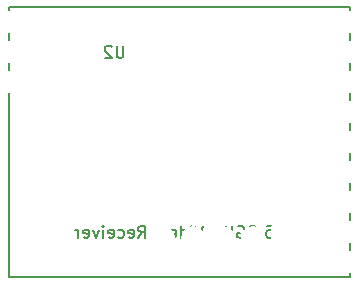
<source format=gbo>
G04 #@! TF.FileFunction,Legend,Bot*
%FSLAX46Y46*%
G04 Gerber Fmt 4.6, Leading zero omitted, Abs format (unit mm)*
G04 Created by KiCad (PCBNEW (2016-03-18 BZR 6629)-product) date Fr 15 Apr 2016 01:16:20 CEST*
%MOMM*%
G01*
G04 APERTURE LIST*
%ADD10C,0.100000*%
%ADD11C,0.150000*%
%ADD12O,3.800120X2.100860*%
%ADD13O,3.800000X1.900000*%
%ADD14R,2.027200X2.332000*%
%ADD15O,2.027200X2.332000*%
%ADD16C,2.300000*%
%ADD17C,1.450000*%
%ADD18R,2.332000X2.332000*%
%ADD19O,2.332000X2.332000*%
%ADD20C,1.750000*%
%ADD21C,1.900000*%
%ADD22R,4.872000X2.713000*%
%ADD23R,4.371620X2.500000*%
G04 APERTURE END LIST*
D10*
D11*
X150060000Y-123680000D02*
X121260000Y-123680000D01*
X121260000Y-123680000D02*
X121260000Y-100820000D01*
X121260000Y-100820000D02*
X150060000Y-100820000D01*
X150060000Y-100820000D02*
X150060000Y-123680000D01*
X130911905Y-104082381D02*
X130911905Y-104891905D01*
X130864286Y-104987143D01*
X130816667Y-105034762D01*
X130721429Y-105082381D01*
X130530952Y-105082381D01*
X130435714Y-105034762D01*
X130388095Y-104987143D01*
X130340476Y-104891905D01*
X130340476Y-104082381D01*
X129911905Y-104177619D02*
X129864286Y-104130000D01*
X129769048Y-104082381D01*
X129530952Y-104082381D01*
X129435714Y-104130000D01*
X129388095Y-104177619D01*
X129340476Y-104272857D01*
X129340476Y-104368095D01*
X129388095Y-104510952D01*
X129959524Y-105082381D01*
X129340476Y-105082381D01*
X143039524Y-119322381D02*
X143515715Y-119322381D01*
X143563334Y-119798571D01*
X143515715Y-119750952D01*
X143420477Y-119703333D01*
X143182381Y-119703333D01*
X143087143Y-119750952D01*
X143039524Y-119798571D01*
X142991905Y-119893810D01*
X142991905Y-120131905D01*
X143039524Y-120227143D01*
X143087143Y-120274762D01*
X143182381Y-120322381D01*
X143420477Y-120322381D01*
X143515715Y-120274762D01*
X143563334Y-120227143D01*
X142515715Y-120274762D02*
X142515715Y-120322381D01*
X142563334Y-120417619D01*
X142610953Y-120465238D01*
X141944287Y-119750952D02*
X142039525Y-119703333D01*
X142087144Y-119655714D01*
X142134763Y-119560476D01*
X142134763Y-119512857D01*
X142087144Y-119417619D01*
X142039525Y-119370000D01*
X141944287Y-119322381D01*
X141753810Y-119322381D01*
X141658572Y-119370000D01*
X141610953Y-119417619D01*
X141563334Y-119512857D01*
X141563334Y-119560476D01*
X141610953Y-119655714D01*
X141658572Y-119703333D01*
X141753810Y-119750952D01*
X141944287Y-119750952D01*
X142039525Y-119798571D01*
X142087144Y-119846190D01*
X142134763Y-119941429D01*
X142134763Y-120131905D01*
X142087144Y-120227143D01*
X142039525Y-120274762D01*
X141944287Y-120322381D01*
X141753810Y-120322381D01*
X141658572Y-120274762D01*
X141610953Y-120227143D01*
X141563334Y-120131905D01*
X141563334Y-119941429D01*
X141610953Y-119846190D01*
X141658572Y-119798571D01*
X141753810Y-119750952D01*
X140610953Y-119370000D02*
X140706191Y-119322381D01*
X140849048Y-119322381D01*
X140991906Y-119370000D01*
X141087144Y-119465238D01*
X141134763Y-119560476D01*
X141182382Y-119750952D01*
X141182382Y-119893810D01*
X141134763Y-120084286D01*
X141087144Y-120179524D01*
X140991906Y-120274762D01*
X140849048Y-120322381D01*
X140753810Y-120322381D01*
X140610953Y-120274762D01*
X140563334Y-120227143D01*
X140563334Y-119893810D01*
X140753810Y-119893810D01*
X140134763Y-120322381D02*
X140134763Y-119322381D01*
X140134763Y-119798571D02*
X139563334Y-119798571D01*
X139563334Y-120322381D02*
X139563334Y-119322381D01*
X139182382Y-119655714D02*
X138658572Y-119655714D01*
X139182382Y-120322381D01*
X138658572Y-120322381D01*
X137658572Y-119322381D02*
X137325239Y-120322381D01*
X136991905Y-119322381D01*
X136658572Y-120322381D02*
X136658572Y-119655714D01*
X136658572Y-119322381D02*
X136706191Y-119370000D01*
X136658572Y-119417619D01*
X136610953Y-119370000D01*
X136658572Y-119322381D01*
X136658572Y-119417619D01*
X135753810Y-120322381D02*
X135753810Y-119322381D01*
X135753810Y-120274762D02*
X135849048Y-120322381D01*
X136039525Y-120322381D01*
X136134763Y-120274762D01*
X136182382Y-120227143D01*
X136230001Y-120131905D01*
X136230001Y-119846190D01*
X136182382Y-119750952D01*
X136134763Y-119703333D01*
X136039525Y-119655714D01*
X135849048Y-119655714D01*
X135753810Y-119703333D01*
X134896667Y-120274762D02*
X134991905Y-120322381D01*
X135182382Y-120322381D01*
X135277620Y-120274762D01*
X135325239Y-120179524D01*
X135325239Y-119798571D01*
X135277620Y-119703333D01*
X135182382Y-119655714D01*
X134991905Y-119655714D01*
X134896667Y-119703333D01*
X134849048Y-119798571D01*
X134849048Y-119893810D01*
X135325239Y-119989048D01*
X134277620Y-120322381D02*
X134372858Y-120274762D01*
X134420477Y-120227143D01*
X134468096Y-120131905D01*
X134468096Y-119846190D01*
X134420477Y-119750952D01*
X134372858Y-119703333D01*
X134277620Y-119655714D01*
X134134762Y-119655714D01*
X134039524Y-119703333D01*
X133991905Y-119750952D01*
X133944286Y-119846190D01*
X133944286Y-120131905D01*
X133991905Y-120227143D01*
X134039524Y-120274762D01*
X134134762Y-120322381D01*
X134277620Y-120322381D01*
X132182381Y-120322381D02*
X132515715Y-119846190D01*
X132753810Y-120322381D02*
X132753810Y-119322381D01*
X132372857Y-119322381D01*
X132277619Y-119370000D01*
X132230000Y-119417619D01*
X132182381Y-119512857D01*
X132182381Y-119655714D01*
X132230000Y-119750952D01*
X132277619Y-119798571D01*
X132372857Y-119846190D01*
X132753810Y-119846190D01*
X131372857Y-120274762D02*
X131468095Y-120322381D01*
X131658572Y-120322381D01*
X131753810Y-120274762D01*
X131801429Y-120179524D01*
X131801429Y-119798571D01*
X131753810Y-119703333D01*
X131658572Y-119655714D01*
X131468095Y-119655714D01*
X131372857Y-119703333D01*
X131325238Y-119798571D01*
X131325238Y-119893810D01*
X131801429Y-119989048D01*
X130468095Y-120274762D02*
X130563333Y-120322381D01*
X130753810Y-120322381D01*
X130849048Y-120274762D01*
X130896667Y-120227143D01*
X130944286Y-120131905D01*
X130944286Y-119846190D01*
X130896667Y-119750952D01*
X130849048Y-119703333D01*
X130753810Y-119655714D01*
X130563333Y-119655714D01*
X130468095Y-119703333D01*
X129658571Y-120274762D02*
X129753809Y-120322381D01*
X129944286Y-120322381D01*
X130039524Y-120274762D01*
X130087143Y-120179524D01*
X130087143Y-119798571D01*
X130039524Y-119703333D01*
X129944286Y-119655714D01*
X129753809Y-119655714D01*
X129658571Y-119703333D01*
X129610952Y-119798571D01*
X129610952Y-119893810D01*
X130087143Y-119989048D01*
X129182381Y-120322381D02*
X129182381Y-119655714D01*
X129182381Y-119322381D02*
X129230000Y-119370000D01*
X129182381Y-119417619D01*
X129134762Y-119370000D01*
X129182381Y-119322381D01*
X129182381Y-119417619D01*
X128801429Y-119655714D02*
X128563334Y-120322381D01*
X128325238Y-119655714D01*
X127563333Y-120274762D02*
X127658571Y-120322381D01*
X127849048Y-120322381D01*
X127944286Y-120274762D01*
X127991905Y-120179524D01*
X127991905Y-119798571D01*
X127944286Y-119703333D01*
X127849048Y-119655714D01*
X127658571Y-119655714D01*
X127563333Y-119703333D01*
X127515714Y-119798571D01*
X127515714Y-119893810D01*
X127991905Y-119989048D01*
X127087143Y-120322381D02*
X127087143Y-119655714D01*
X127087143Y-119846190D02*
X127039524Y-119750952D01*
X126991905Y-119703333D01*
X126896667Y-119655714D01*
X126801428Y-119655714D01*
%LPC*%
D12*
X115250000Y-118020000D03*
X115250000Y-115480000D03*
D13*
X121260000Y-107170000D03*
X121260000Y-104630000D03*
X121260000Y-102090000D03*
X150060000Y-102090000D03*
X150060000Y-104630000D03*
X150060000Y-107170000D03*
X150060000Y-109710000D03*
X150060000Y-112250000D03*
X150060000Y-114790000D03*
X150060000Y-117330000D03*
X150060000Y-119870000D03*
X150060000Y-122410000D03*
D14*
X144400000Y-120500000D03*
D15*
X141860000Y-120500000D03*
X139320000Y-120500000D03*
X136780000Y-120500000D03*
X134240000Y-120500000D03*
D14*
X132800000Y-98800000D03*
D15*
X135340000Y-98800000D03*
X137880000Y-98800000D03*
X140420000Y-98800000D03*
D16*
X161700000Y-113200160D03*
X161700000Y-120799840D03*
D17*
X158900000Y-105100000D03*
X158900000Y-100100000D03*
D18*
X126000000Y-98800000D03*
D19*
X128540000Y-98800000D03*
D20*
X154530000Y-111785000D03*
X157070000Y-113055000D03*
X154530000Y-114325000D03*
X157070000Y-115595000D03*
X154530000Y-116865000D03*
X157070000Y-118135000D03*
X154530000Y-119405000D03*
X157070000Y-120675000D03*
X154530000Y-121945000D03*
X157070000Y-123215000D03*
D21*
X156330000Y-110385000D03*
D22*
X115600000Y-108100000D03*
D10*
G36*
X113958190Y-102580510D02*
X113958190Y-104879490D01*
X113157810Y-104280050D01*
X113157810Y-103179950D01*
X113958190Y-102580510D01*
X113958190Y-102580510D01*
G37*
D22*
X115600000Y-99300000D03*
D23*
X115844000Y-103730000D03*
M02*

</source>
